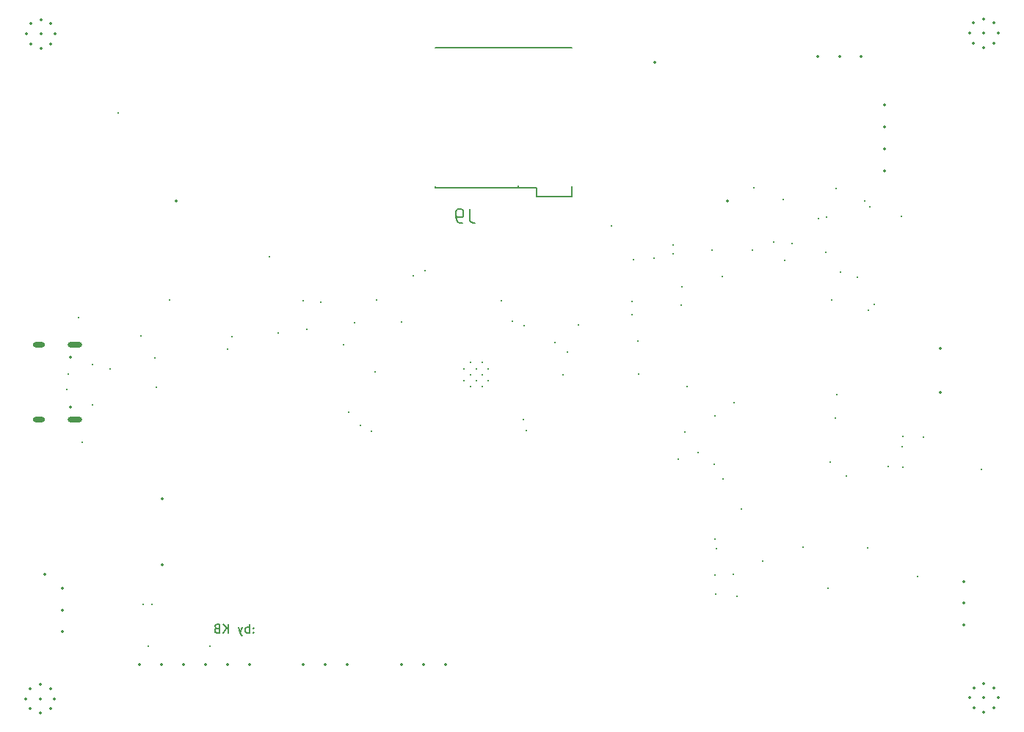
<source format=gbo>
%TF.GenerationSoftware,KiCad,Pcbnew,7.0.8*%
%TF.CreationDate,2024-04-21T21:21:46+03:00*%
%TF.ProjectId,esp32A9G,65737033-3241-4394-972e-6b696361645f,rev?*%
%TF.SameCoordinates,Original*%
%TF.FileFunction,Legend,Bot*%
%TF.FilePolarity,Positive*%
%FSLAX46Y46*%
G04 Gerber Fmt 4.6, Leading zero omitted, Abs format (unit mm)*
G04 Created by KiCad (PCBNEW 7.0.8) date 2024-04-21 21:21:46*
%MOMM*%
%LPD*%
G01*
G04 APERTURE LIST*
%ADD10C,0.150000*%
%ADD11C,0.200000*%
%ADD12C,0.300000*%
%ADD13C,0.100000*%
%ADD14C,0.350000*%
%ADD15O,1.400000X0.600000*%
%ADD16O,1.700000X0.600000*%
%ADD17C,0.200000*%
G04 APERTURE END LIST*
D10*
X77903220Y-115344580D02*
X77855601Y-115392200D01*
X77855601Y-115392200D02*
X77903220Y-115439819D01*
X77903220Y-115439819D02*
X77950839Y-115392200D01*
X77950839Y-115392200D02*
X77903220Y-115344580D01*
X77903220Y-115344580D02*
X77903220Y-115439819D01*
X77903220Y-114820771D02*
X77855601Y-114868390D01*
X77855601Y-114868390D02*
X77903220Y-114916009D01*
X77903220Y-114916009D02*
X77950839Y-114868390D01*
X77950839Y-114868390D02*
X77903220Y-114820771D01*
X77903220Y-114820771D02*
X77903220Y-114916009D01*
X77427030Y-115439819D02*
X77427030Y-114439819D01*
X77427030Y-114820771D02*
X77331792Y-114773152D01*
X77331792Y-114773152D02*
X77141316Y-114773152D01*
X77141316Y-114773152D02*
X77046078Y-114820771D01*
X77046078Y-114820771D02*
X76998459Y-114868390D01*
X76998459Y-114868390D02*
X76950840Y-114963628D01*
X76950840Y-114963628D02*
X76950840Y-115249342D01*
X76950840Y-115249342D02*
X76998459Y-115344580D01*
X76998459Y-115344580D02*
X77046078Y-115392200D01*
X77046078Y-115392200D02*
X77141316Y-115439819D01*
X77141316Y-115439819D02*
X77331792Y-115439819D01*
X77331792Y-115439819D02*
X77427030Y-115392200D01*
X76617506Y-114773152D02*
X76379411Y-115439819D01*
X76141316Y-114773152D02*
X76379411Y-115439819D01*
X76379411Y-115439819D02*
X76474649Y-115677914D01*
X76474649Y-115677914D02*
X76522268Y-115725533D01*
X76522268Y-115725533D02*
X76617506Y-115773152D01*
X74998458Y-115439819D02*
X74998458Y-114439819D01*
X74427030Y-115439819D02*
X74855601Y-114868390D01*
X74427030Y-114439819D02*
X74998458Y-115011247D01*
X73665125Y-114916009D02*
X73522268Y-114963628D01*
X73522268Y-114963628D02*
X73474649Y-115011247D01*
X73474649Y-115011247D02*
X73427030Y-115106485D01*
X73427030Y-115106485D02*
X73427030Y-115249342D01*
X73427030Y-115249342D02*
X73474649Y-115344580D01*
X73474649Y-115344580D02*
X73522268Y-115392200D01*
X73522268Y-115392200D02*
X73617506Y-115439819D01*
X73617506Y-115439819D02*
X73998458Y-115439819D01*
X73998458Y-115439819D02*
X73998458Y-114439819D01*
X73998458Y-114439819D02*
X73665125Y-114439819D01*
X73665125Y-114439819D02*
X73569887Y-114487438D01*
X73569887Y-114487438D02*
X73522268Y-114535057D01*
X73522268Y-114535057D02*
X73474649Y-114630295D01*
X73474649Y-114630295D02*
X73474649Y-114725533D01*
X73474649Y-114725533D02*
X73522268Y-114820771D01*
X73522268Y-114820771D02*
X73569887Y-114868390D01*
X73569887Y-114868390D02*
X73665125Y-114916009D01*
X73665125Y-114916009D02*
X73998458Y-114916009D01*
X102802790Y-66497663D02*
X102802790Y-67641853D01*
X102802790Y-67641853D02*
X102879069Y-67870691D01*
X102879069Y-67870691D02*
X103031628Y-68023250D01*
X103031628Y-68023250D02*
X103260466Y-68099529D01*
X103260466Y-68099529D02*
X103413025Y-68099529D01*
X101963718Y-68099529D02*
X101658600Y-68099529D01*
X101658600Y-68099529D02*
X101506042Y-68023250D01*
X101506042Y-68023250D02*
X101429762Y-67946970D01*
X101429762Y-67946970D02*
X101277204Y-67718132D01*
X101277204Y-67718132D02*
X101200924Y-67413015D01*
X101200924Y-67413015D02*
X101200924Y-66802780D01*
X101200924Y-66802780D02*
X101277204Y-66650222D01*
X101277204Y-66650222D02*
X101353483Y-66573942D01*
X101353483Y-66573942D02*
X101506042Y-66497663D01*
X101506042Y-66497663D02*
X101811159Y-66497663D01*
X101811159Y-66497663D02*
X101963718Y-66573942D01*
X101963718Y-66573942D02*
X102039997Y-66650222D01*
X102039997Y-66650222D02*
X102116276Y-66802780D01*
X102116276Y-66802780D02*
X102116276Y-67184177D01*
X102116276Y-67184177D02*
X102039997Y-67336736D01*
X102039997Y-67336736D02*
X101963718Y-67413015D01*
X101963718Y-67413015D02*
X101811159Y-67489294D01*
X101811159Y-67489294D02*
X101506042Y-67489294D01*
X101506042Y-67489294D02*
X101353483Y-67413015D01*
X101353483Y-67413015D02*
X101277204Y-67336736D01*
X101277204Y-67336736D02*
X101200924Y-67184177D01*
D11*
%TO.C,J9*%
X98844000Y-47919000D02*
X114594000Y-47919000D01*
X98844000Y-63909000D02*
X98844000Y-64079000D01*
X98844000Y-64079000D02*
X110559000Y-64079000D01*
X110559000Y-64079000D02*
X110559000Y-65089000D01*
X110559000Y-65089000D02*
X114594000Y-65089000D01*
X114594000Y-63909000D02*
X114594000Y-65089000D01*
%TD*%
D12*
X65740000Y-116960000D03*
X56358115Y-87325123D03*
X56570000Y-85540000D03*
X59330000Y-89160000D03*
X121550500Y-78709500D03*
X115390000Y-79910500D03*
X124110000Y-72180000D03*
X113630000Y-85630000D03*
X122290000Y-85600000D03*
X108450000Y-63934500D03*
X152670000Y-93990000D03*
D13*
X96770000Y-81730000D03*
X96800000Y-85020000D03*
D12*
X161880000Y-96550000D03*
X152800500Y-96330000D03*
X62300000Y-55440000D03*
X75420000Y-81240000D03*
X65140000Y-112137500D03*
X74860000Y-82710000D03*
X66205500Y-112137500D03*
X72830000Y-117020000D03*
X109390000Y-92120000D03*
X132040000Y-97660000D03*
X106500000Y-77140000D03*
X127240000Y-77620000D03*
X122210000Y-81780000D03*
X145170000Y-87940000D03*
X107790000Y-79500000D03*
X109070000Y-80000000D03*
X58130000Y-93410000D03*
X64920000Y-81170000D03*
X68210000Y-77000000D03*
X61330000Y-85000000D03*
X59340000Y-84450000D03*
X57730000Y-79050000D03*
X79700000Y-72000000D03*
X80704500Y-80830000D03*
X126320000Y-70640000D03*
X114090000Y-83050000D03*
X126280000Y-71650000D03*
X129140000Y-94640500D03*
X131030000Y-95960000D03*
X126890000Y-95360000D03*
X154470000Y-108970000D03*
X134130000Y-101120000D03*
X136630000Y-107180000D03*
X133280000Y-88880000D03*
X144590000Y-77010000D03*
X127930000Y-86990000D03*
X127640000Y-92280000D03*
X135450000Y-71220000D03*
X130760000Y-71240000D03*
X127290000Y-75460000D03*
X121739500Y-72360000D03*
X119180000Y-68505500D03*
X140010000Y-70520000D03*
X131130000Y-90430000D03*
X144170000Y-110300000D03*
X141260000Y-105550000D03*
X148690000Y-105610000D03*
X145100000Y-64120000D03*
X152660000Y-67340000D03*
X155140000Y-92860000D03*
X152800000Y-92800000D03*
X151130000Y-96230000D03*
X146270000Y-97300000D03*
X90230000Y-91475500D03*
X143940000Y-71480000D03*
X147580000Y-74370000D03*
X148404424Y-65625861D03*
X148790000Y-78160000D03*
X149010000Y-66300000D03*
X149530000Y-77490000D03*
X139130000Y-72480000D03*
X145590000Y-73800000D03*
X121550500Y-77210000D03*
X137927864Y-70304500D03*
X135610000Y-64030000D03*
X138970000Y-65450000D03*
X143998056Y-67488056D03*
X143060000Y-67630000D03*
X91520000Y-92150000D03*
X94930000Y-79590000D03*
X97660000Y-73640000D03*
X66720000Y-87100000D03*
X66560000Y-83710000D03*
X131120000Y-108760000D03*
X133270000Y-108700000D03*
X144430000Y-95750000D03*
X131270000Y-105700000D03*
X131950000Y-74300000D03*
X112660000Y-81960000D03*
X144970000Y-90620000D03*
X131150000Y-104610000D03*
X133660000Y-111190000D03*
X131220000Y-110950000D03*
X91904500Y-85310000D03*
X96330000Y-74190000D03*
X92090000Y-77030000D03*
X88861000Y-89960000D03*
X89535500Y-79610000D03*
X108990000Y-90800000D03*
X84020000Y-80370000D03*
X83650000Y-77060000D03*
X85620000Y-77250000D03*
X88255500Y-82160000D03*
D14*
X64770000Y-119126000D03*
X67310000Y-119126000D03*
X69850000Y-119126000D03*
X72390000Y-119126000D03*
X74930000Y-119126000D03*
X77470000Y-119126000D03*
D15*
X53123000Y-90822000D03*
D16*
X57303000Y-90822000D03*
D15*
X53123000Y-82182000D03*
D16*
X57303000Y-82182000D03*
D14*
X56803000Y-89392000D03*
X56803000Y-83612000D03*
X159810000Y-109500000D03*
X159810000Y-112000000D03*
X159810000Y-114500000D03*
X143000000Y-48870000D03*
X145500000Y-48870000D03*
X148000000Y-48870000D03*
X132546000Y-65546000D03*
X124216000Y-49546000D03*
X69016000Y-65546000D03*
X160463274Y-46203274D03*
X160946548Y-45036548D03*
X160946548Y-47370000D03*
X162113274Y-44553274D03*
X162113274Y-46203274D03*
X162113274Y-47853274D03*
X163280000Y-45036548D03*
X163280000Y-47370000D03*
X163763274Y-46203274D03*
X53848000Y-108712000D03*
X55848000Y-110312000D03*
X55848000Y-112812000D03*
X55848000Y-115312000D03*
X150718000Y-54498000D03*
X150718000Y-57038000D03*
X150718000Y-59578000D03*
X150718000Y-62118000D03*
X67406000Y-107574000D03*
X67406000Y-99974000D03*
X163796726Y-122936726D03*
X163313452Y-124103452D03*
X163313452Y-121770000D03*
X162146726Y-124586726D03*
X162146726Y-122936726D03*
X162146726Y-121286726D03*
X160980000Y-124103452D03*
X160980000Y-121770000D03*
X160496726Y-122936726D03*
X54943274Y-123046726D03*
X54460000Y-124213452D03*
X54460000Y-121880000D03*
X53293274Y-124696726D03*
X53293274Y-123046726D03*
X53293274Y-121396726D03*
X52126548Y-124213452D03*
X52126548Y-121880000D03*
X51643274Y-123046726D03*
X83581000Y-119126000D03*
X86121000Y-119126000D03*
X88661000Y-119126000D03*
X157140000Y-87690000D03*
X157140000Y-82610000D03*
X51710000Y-46300000D03*
X52193274Y-45133274D03*
X52193274Y-47466726D03*
X53360000Y-44650000D03*
X53360000Y-46300000D03*
X53360000Y-47950000D03*
X54526726Y-45133274D03*
X54526726Y-47466726D03*
X55010000Y-46300000D03*
X100076000Y-119126000D03*
X97536000Y-119126000D03*
X94996000Y-119126000D03*
D17*
X104990000Y-86340000D03*
X104990000Y-84940000D03*
X104290000Y-87040000D03*
X104290000Y-85640000D03*
X104290000Y-84240000D03*
X103615000Y-86340000D03*
X103615000Y-84940000D03*
X102890000Y-87040000D03*
X102890000Y-85640000D03*
X102890000Y-84240000D03*
X102190000Y-86340000D03*
X102190000Y-84940000D03*
M02*

</source>
